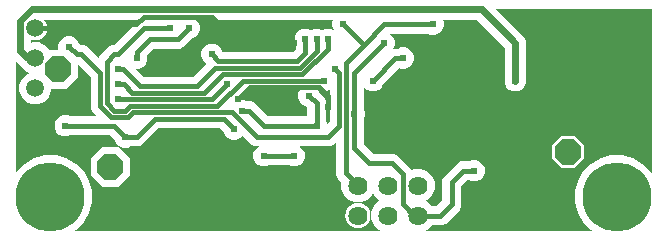
<source format=gbl>
G04 EAGLE Gerber RS-274X export*
G75*
%MOMM*%
%FSLAX34Y34*%
%LPD*%
%INBottom Copper*%
%IPPOS*%
%AMOC8*
5,1,8,0,0,1.08239X$1,22.5*%
G01*
%ADD10C,1.625600*%
%ADD11C,1.500000*%
%ADD12C,5.842000*%
%ADD13P,2.336880X8X22.500000*%
%ADD14C,0.604800*%
%ADD15C,0.400000*%
%ADD16C,0.600000*%

G36*
X494031Y5997D02*
X494031Y5997D01*
X494033Y5997D01*
X494033Y5998D01*
X494034Y6000D01*
X494032Y6002D01*
X494031Y6004D01*
X492734Y6754D01*
X486179Y13309D01*
X481544Y21336D01*
X479145Y30290D01*
X479145Y39560D01*
X481544Y48514D01*
X486179Y56541D01*
X492734Y63096D01*
X500761Y67731D01*
X509715Y70130D01*
X518985Y70130D01*
X527939Y67731D01*
X535966Y63096D01*
X542521Y56541D01*
X543996Y53988D01*
X543998Y53987D01*
X543999Y53985D01*
X544000Y53986D01*
X544002Y53986D01*
X544003Y53988D01*
X544005Y53990D01*
X544005Y194000D01*
X544000Y194005D01*
X544000Y194004D01*
X544000Y194005D01*
X412453Y194005D01*
X412452Y194004D01*
X412450Y194004D01*
X412450Y194002D01*
X412448Y194000D01*
X412450Y193999D01*
X412450Y193996D01*
X436251Y170195D01*
X437620Y166889D01*
X437620Y135203D01*
X437621Y135202D01*
X437621Y135201D01*
X437644Y135144D01*
X437644Y131556D01*
X436271Y128241D01*
X433734Y125704D01*
X430419Y124331D01*
X426831Y124331D01*
X423516Y125704D01*
X420979Y128241D01*
X419606Y131556D01*
X419606Y135144D01*
X419629Y135201D01*
X419629Y135202D01*
X419630Y135202D01*
X419629Y135202D01*
X419630Y135203D01*
X419630Y161372D01*
X419628Y161374D01*
X419628Y161376D01*
X396326Y184678D01*
X396323Y184679D01*
X396322Y184680D01*
X367010Y184680D01*
X367010Y184679D01*
X367009Y184680D01*
X367008Y184678D01*
X367005Y184675D01*
X367006Y184674D01*
X367006Y184673D01*
X367794Y182769D01*
X367794Y179181D01*
X366421Y175866D01*
X363884Y173329D01*
X360569Y171956D01*
X356981Y171956D01*
X354510Y172979D01*
X354509Y172979D01*
X354508Y172980D01*
X322070Y172980D01*
X322068Y172978D01*
X322065Y172977D01*
X322066Y172976D01*
X322065Y172975D01*
X322067Y172973D01*
X322068Y172970D01*
X322609Y172746D01*
X325146Y170209D01*
X326519Y166894D01*
X326519Y163306D01*
X325293Y160346D01*
X325293Y160345D01*
X325293Y160344D01*
X325294Y160344D01*
X325293Y160342D01*
X325294Y160342D01*
X325295Y160339D01*
X325297Y160340D01*
X325298Y160339D01*
X325299Y160339D01*
X325300Y160339D01*
X325435Y160395D01*
X329108Y160395D01*
X329109Y160396D01*
X329110Y160396D01*
X331581Y161419D01*
X335169Y161419D01*
X338484Y160046D01*
X341021Y157509D01*
X342394Y154194D01*
X342394Y150606D01*
X341021Y147291D01*
X338484Y144754D01*
X335169Y143381D01*
X331581Y143381D01*
X329980Y144044D01*
X329977Y144043D01*
X329975Y144043D01*
X316646Y130714D01*
X316646Y130713D01*
X316645Y130712D01*
X315621Y128241D01*
X313084Y125704D01*
X309769Y124331D01*
X306181Y124331D01*
X302866Y125704D01*
X300329Y128241D01*
X300105Y128782D01*
X300102Y128783D01*
X300101Y128785D01*
X300100Y128785D01*
X300099Y128785D01*
X300097Y128782D01*
X300095Y128780D01*
X300095Y109042D01*
X300096Y109041D01*
X300096Y109040D01*
X301119Y106569D01*
X301119Y102981D01*
X300096Y100510D01*
X300096Y100509D01*
X300095Y100508D01*
X300095Y79514D01*
X300097Y79512D01*
X300097Y79510D01*
X308110Y71497D01*
X308113Y71496D01*
X308114Y71495D01*
X325440Y71495D01*
X328379Y70278D01*
X340153Y58504D01*
X340582Y57467D01*
X340588Y57464D01*
X340589Y57465D01*
X340589Y57464D01*
X343266Y58573D01*
X348884Y58573D01*
X354075Y56423D01*
X358048Y52450D01*
X360198Y47259D01*
X360198Y41641D01*
X358048Y36450D01*
X354075Y32477D01*
X352331Y31755D01*
X352330Y31753D01*
X352329Y31752D01*
X352329Y31751D01*
X352328Y31749D01*
X352330Y31748D01*
X352331Y31745D01*
X354075Y31023D01*
X358048Y27050D01*
X358049Y27048D01*
X358052Y27047D01*
X358053Y27045D01*
X361811Y27045D01*
X361813Y27047D01*
X361815Y27047D01*
X366653Y31885D01*
X366654Y31888D01*
X366655Y31889D01*
X366655Y49215D01*
X367872Y52154D01*
X379646Y63928D01*
X382585Y65145D01*
X389433Y65145D01*
X389434Y65146D01*
X389435Y65146D01*
X391906Y66169D01*
X395494Y66169D01*
X398809Y64796D01*
X401346Y62259D01*
X402719Y58944D01*
X402719Y55356D01*
X401346Y52041D01*
X398809Y49504D01*
X395494Y48131D01*
X391906Y48131D01*
X389435Y49154D01*
X389434Y49154D01*
X389433Y49155D01*
X387489Y49155D01*
X387487Y49153D01*
X387485Y49153D01*
X382647Y44315D01*
X382646Y44312D01*
X382645Y44311D01*
X382645Y26985D01*
X381428Y24046D01*
X369654Y12272D01*
X366715Y11055D01*
X358053Y11055D01*
X358051Y11052D01*
X358049Y11052D01*
X358048Y11050D01*
X354075Y7077D01*
X351487Y6005D01*
X351486Y6002D01*
X351484Y6001D01*
X351484Y6000D01*
X351484Y5999D01*
X351487Y5997D01*
X351489Y5995D01*
X494029Y5995D01*
X494031Y5997D01*
G37*
G36*
X315263Y5997D02*
X315263Y5997D01*
X315266Y5998D01*
X315265Y5999D01*
X315266Y6000D01*
X315264Y6002D01*
X315263Y6005D01*
X312675Y7077D01*
X308702Y11050D01*
X306552Y16241D01*
X306552Y21859D01*
X308702Y27050D01*
X312675Y31023D01*
X314419Y31745D01*
X314420Y31747D01*
X314421Y31748D01*
X314421Y31749D01*
X314422Y31751D01*
X314420Y31752D01*
X314419Y31755D01*
X312675Y32477D01*
X308702Y36450D01*
X307980Y38194D01*
X307978Y38195D01*
X307977Y38196D01*
X307976Y38196D01*
X307974Y38197D01*
X307973Y38195D01*
X307970Y38194D01*
X307248Y36450D01*
X303275Y32477D01*
X298084Y30327D01*
X292466Y30327D01*
X287275Y32477D01*
X283302Y36450D01*
X281152Y41641D01*
X281152Y47259D01*
X281153Y47261D01*
X281151Y47265D01*
X281152Y47267D01*
X280266Y48152D01*
X278016Y50402D01*
X276799Y53341D01*
X276799Y81330D01*
X276798Y81331D01*
X276798Y81333D01*
X276796Y81333D01*
X276794Y81335D01*
X276793Y81333D01*
X276790Y81333D01*
X276654Y81197D01*
X274404Y78947D01*
X271465Y77730D01*
X245870Y77730D01*
X245868Y77728D01*
X245865Y77727D01*
X245866Y77726D01*
X245865Y77725D01*
X245867Y77723D01*
X245868Y77720D01*
X246409Y77496D01*
X248946Y74959D01*
X250319Y71644D01*
X250319Y68056D01*
X248946Y64741D01*
X246409Y62204D01*
X243094Y60831D01*
X239506Y60831D01*
X237035Y61854D01*
X237034Y61854D01*
X237033Y61855D01*
X220167Y61855D01*
X220166Y61854D01*
X220165Y61854D01*
X217694Y60831D01*
X214106Y60831D01*
X210791Y62204D01*
X208254Y64741D01*
X206881Y68056D01*
X206881Y71644D01*
X208254Y74959D01*
X210791Y77496D01*
X211332Y77720D01*
X211333Y77723D01*
X211335Y77724D01*
X211334Y77725D01*
X211335Y77726D01*
X211332Y77727D01*
X211330Y77730D01*
X207960Y77730D01*
X205021Y78947D01*
X197578Y86390D01*
X197571Y86391D01*
X197571Y86390D01*
X195609Y84429D01*
X192294Y83056D01*
X188706Y83056D01*
X185391Y84429D01*
X182854Y86966D01*
X181830Y89437D01*
X181829Y89438D01*
X181829Y89439D01*
X178362Y92906D01*
X178359Y92907D01*
X178358Y92908D01*
X126442Y92908D01*
X126440Y92906D01*
X126438Y92906D01*
X112479Y78947D01*
X109540Y77730D01*
X102692Y77730D01*
X102691Y77729D01*
X102690Y77729D01*
X100219Y76706D01*
X96631Y76706D01*
X93316Y78079D01*
X90779Y80616D01*
X89755Y83087D01*
X89754Y83088D01*
X89754Y83089D01*
X85590Y87253D01*
X85587Y87253D01*
X85587Y87254D01*
X85586Y87255D01*
X51892Y87255D01*
X51891Y87254D01*
X51890Y87254D01*
X49419Y86231D01*
X45831Y86231D01*
X42516Y87604D01*
X39979Y90141D01*
X38606Y93456D01*
X38606Y97044D01*
X39979Y100359D01*
X42516Y102896D01*
X45831Y104269D01*
X49419Y104269D01*
X51890Y103246D01*
X51892Y103246D01*
X51892Y103245D01*
X74474Y103245D01*
X74475Y103246D01*
X74477Y103246D01*
X74477Y103248D01*
X74479Y103250D01*
X74477Y103251D01*
X74477Y103254D01*
X70248Y107483D01*
X69031Y110421D01*
X69031Y136386D01*
X69029Y136388D01*
X69029Y136390D01*
X58074Y147345D01*
X58072Y147346D01*
X58071Y147347D01*
X58069Y147346D01*
X58067Y147346D01*
X58067Y147343D01*
X58065Y147342D01*
X58065Y135920D01*
X48230Y126085D01*
X35725Y126085D01*
X35720Y126080D01*
X35721Y126080D01*
X35720Y126080D01*
X35720Y124316D01*
X33666Y119356D01*
X29869Y115559D01*
X24909Y113505D01*
X19541Y113505D01*
X14581Y115559D01*
X10784Y119356D01*
X8730Y124316D01*
X8730Y129684D01*
X10784Y134644D01*
X14581Y138441D01*
X17610Y139695D01*
X17611Y139697D01*
X17612Y139698D01*
X17612Y139699D01*
X17613Y139701D01*
X17611Y139702D01*
X17610Y139705D01*
X14581Y140959D01*
X10784Y144756D01*
X10775Y144778D01*
X10774Y144779D01*
X10774Y144780D01*
X6004Y149550D01*
X6002Y149550D01*
X6001Y149552D01*
X5999Y149550D01*
X5997Y149551D01*
X5997Y149548D01*
X5995Y149547D01*
X5995Y55246D01*
X5997Y55244D01*
X5997Y55242D01*
X5998Y55242D01*
X6000Y55241D01*
X6002Y55243D01*
X6004Y55244D01*
X6754Y56541D01*
X13309Y63096D01*
X21336Y67731D01*
X30290Y70130D01*
X39560Y70130D01*
X48514Y67731D01*
X56541Y63096D01*
X63096Y56541D01*
X67731Y48514D01*
X70130Y39560D01*
X70130Y30290D01*
X67731Y21336D01*
X63096Y13309D01*
X56541Y6754D01*
X55244Y6004D01*
X55243Y6002D01*
X55241Y6001D01*
X55242Y6000D01*
X55241Y5998D01*
X55244Y5997D01*
X55246Y5995D01*
X315261Y5995D01*
X315263Y5997D01*
G37*
G36*
X155438Y136520D02*
X155438Y136520D01*
X155440Y136520D01*
X166695Y147775D01*
X166695Y147776D01*
X166696Y147776D01*
X166695Y147777D01*
X166696Y147778D01*
X166695Y147779D01*
X166695Y147781D01*
X166694Y147782D01*
X166693Y147783D01*
X166341Y147929D01*
X163804Y150466D01*
X162431Y153781D01*
X162431Y157369D01*
X163804Y160684D01*
X166341Y163221D01*
X169656Y164594D01*
X173244Y164594D01*
X176559Y163221D01*
X179096Y160684D01*
X180120Y158213D01*
X180121Y158212D01*
X180121Y158211D01*
X180413Y157919D01*
X180416Y157918D01*
X180417Y157917D01*
X240396Y157917D01*
X240398Y157919D01*
X240400Y157919D01*
X242828Y160347D01*
X242829Y160350D01*
X242830Y160351D01*
X242830Y164008D01*
X242829Y164009D01*
X242829Y164010D01*
X241806Y166481D01*
X241806Y170069D01*
X243179Y173384D01*
X245716Y175921D01*
X249031Y177294D01*
X252619Y177294D01*
X255586Y176065D01*
X255586Y176066D01*
X255589Y176066D01*
X255589Y176065D01*
X258556Y177294D01*
X262144Y177294D01*
X265111Y176065D01*
X265111Y176066D01*
X265114Y176066D01*
X265114Y176065D01*
X268081Y177294D01*
X271669Y177294D01*
X274879Y175965D01*
X274880Y175965D01*
X274882Y175964D01*
X274883Y175966D01*
X274885Y175967D01*
X274884Y175969D01*
X274885Y175971D01*
X273556Y179181D01*
X273556Y182769D01*
X274344Y184673D01*
X274344Y184674D01*
X274345Y184674D01*
X274343Y184676D01*
X274342Y184679D01*
X274341Y184679D01*
X274340Y184680D01*
X158287Y184680D01*
X158286Y184679D01*
X158284Y184679D01*
X158284Y184677D01*
X158282Y184675D01*
X158284Y184674D01*
X158284Y184671D01*
X160046Y182909D01*
X161419Y179594D01*
X161419Y176006D01*
X160046Y172691D01*
X157509Y170154D01*
X155038Y169130D01*
X155037Y169129D01*
X155036Y169129D01*
X147404Y161497D01*
X144465Y160280D01*
X122251Y160280D01*
X122249Y160278D01*
X122247Y160278D01*
X116735Y154766D01*
X116735Y154763D01*
X116734Y154761D01*
X116969Y154194D01*
X116969Y150606D01*
X115596Y147291D01*
X113059Y144754D01*
X109744Y143381D01*
X107586Y143381D01*
X107585Y143380D01*
X107583Y143380D01*
X107583Y143378D01*
X107581Y143376D01*
X107583Y143375D01*
X107583Y143372D01*
X114435Y136520D01*
X114438Y136520D01*
X114438Y136519D01*
X114439Y136518D01*
X155436Y136518D01*
X155438Y136520D01*
G37*
G36*
X75334Y152703D02*
X75334Y152703D01*
X75336Y152703D01*
X75336Y152705D01*
X75338Y152705D01*
X75772Y153754D01*
X84371Y162353D01*
X87310Y163570D01*
X88761Y163570D01*
X88763Y163572D01*
X88765Y163572D01*
X109771Y184578D01*
X109994Y184670D01*
X109995Y184673D01*
X109997Y184674D01*
X109996Y184675D01*
X109997Y184676D01*
X109994Y184677D01*
X109992Y184680D01*
X29549Y184680D01*
X29548Y184679D01*
X29546Y184679D01*
X29546Y184677D01*
X29544Y184675D01*
X29546Y184674D01*
X29546Y184671D01*
X30020Y184197D01*
X31118Y182553D01*
X31875Y180727D01*
X32260Y178788D01*
X32260Y177805D01*
X22225Y177805D01*
X22220Y177801D01*
X22220Y177800D01*
X22220Y167765D01*
X21236Y167765D01*
X19298Y168150D01*
X18527Y168470D01*
X18526Y168469D01*
X18526Y168470D01*
X18524Y168469D01*
X18521Y168468D01*
X18521Y168466D01*
X18520Y168465D01*
X18520Y165480D01*
X18521Y165479D01*
X18520Y165479D01*
X18522Y165478D01*
X18525Y165475D01*
X18526Y165476D01*
X18527Y165475D01*
X19541Y165895D01*
X24909Y165895D01*
X29869Y163841D01*
X33666Y160044D01*
X33966Y159320D01*
X33966Y159319D01*
X33968Y159319D01*
X33972Y159317D01*
X33972Y159319D01*
X33974Y159319D01*
X34320Y159665D01*
X41966Y159665D01*
X41967Y159666D01*
X41968Y159665D01*
X41968Y159667D01*
X41971Y159670D01*
X41970Y159671D01*
X41971Y159672D01*
X41781Y160131D01*
X41781Y163719D01*
X43154Y167034D01*
X45691Y169571D01*
X49006Y170944D01*
X52594Y170944D01*
X55909Y169571D01*
X58446Y167034D01*
X59470Y164563D01*
X59471Y164562D01*
X59471Y164561D01*
X60460Y163572D01*
X60463Y163571D01*
X60464Y163570D01*
X62741Y163570D01*
X65680Y162353D01*
X75329Y152703D01*
X75330Y152703D01*
X75332Y152703D01*
X75333Y152702D01*
X75334Y152703D01*
G37*
G36*
X252355Y103250D02*
X252355Y103250D01*
X252354Y103250D01*
X252355Y103250D01*
X252355Y110986D01*
X252353Y110988D01*
X252353Y110990D01*
X251364Y111979D01*
X251363Y111979D01*
X251362Y111980D01*
X248891Y113004D01*
X246354Y115541D01*
X244981Y118856D01*
X244981Y122444D01*
X246184Y125348D01*
X246183Y125349D01*
X246184Y125349D01*
X246183Y125351D01*
X246182Y125354D01*
X246180Y125354D01*
X246179Y125355D01*
X200971Y125355D01*
X200969Y125353D01*
X200968Y125353D01*
X190045Y114431D01*
X190045Y114429D01*
X190044Y114429D01*
X190045Y114429D01*
X190043Y114428D01*
X190045Y114426D01*
X190044Y114424D01*
X190047Y114424D01*
X190048Y114422D01*
X190438Y114422D01*
X190526Y114386D01*
X190530Y114387D01*
X190532Y114387D01*
X191741Y115596D01*
X195056Y116969D01*
X198644Y116969D01*
X201115Y115946D01*
X201116Y115946D01*
X201117Y115945D01*
X204790Y115945D01*
X207729Y114728D01*
X219210Y103247D01*
X219213Y103246D01*
X219214Y103245D01*
X252350Y103245D01*
X252355Y103250D01*
G37*
%LPC*%
G36*
X78770Y43535D02*
X78770Y43535D01*
X68935Y53370D01*
X68935Y67280D01*
X78770Y77115D01*
X92680Y77115D01*
X102515Y67280D01*
X102515Y53370D01*
X92680Y43535D01*
X78770Y43535D01*
G37*
%LPD*%
%LPC*%
G36*
X473080Y73030D02*
X473080Y73030D01*
X473080Y86355D01*
X478597Y86355D01*
X486405Y78547D01*
X486405Y73030D01*
X473080Y73030D01*
G37*
%LPD*%
%LPC*%
G36*
X459745Y73030D02*
X459745Y73030D01*
X459745Y78547D01*
X467553Y86355D01*
X473070Y86355D01*
X473070Y73030D01*
X459745Y73030D01*
G37*
%LPD*%
%LPC*%
G36*
X473080Y59695D02*
X473080Y59695D01*
X473080Y73020D01*
X486405Y73020D01*
X486405Y67503D01*
X478597Y59695D01*
X473080Y59695D01*
G37*
%LPD*%
%LPC*%
G36*
X467553Y59695D02*
X467553Y59695D01*
X459745Y67503D01*
X459745Y73020D01*
X473070Y73020D01*
X473070Y59695D01*
X467553Y59695D01*
G37*
%LPD*%
G36*
X269375Y96535D02*
X269375Y96535D01*
X269378Y96535D01*
X271273Y98430D01*
X271273Y98432D01*
X271275Y98433D01*
X271274Y98433D01*
X271275Y98434D01*
X271275Y125475D01*
X271274Y125476D01*
X271275Y125477D01*
X271273Y125477D01*
X271270Y125480D01*
X271269Y125479D01*
X271268Y125480D01*
X268494Y124331D01*
X264906Y124331D01*
X262435Y125354D01*
X262434Y125354D01*
X262434Y125355D01*
X262433Y125355D01*
X261821Y125355D01*
X261820Y125354D01*
X261820Y125355D01*
X261819Y125353D01*
X261816Y125350D01*
X261817Y125349D01*
X261816Y125348D01*
X262670Y123288D01*
X262671Y123287D01*
X262671Y123286D01*
X267128Y118829D01*
X268345Y115890D01*
X268345Y99517D01*
X268346Y99516D01*
X268346Y99515D01*
X269369Y97044D01*
X269369Y96538D01*
X269370Y96537D01*
X269370Y96535D01*
X269372Y96535D01*
X269374Y96533D01*
X269375Y96535D01*
G37*
%LPC*%
G36*
X284612Y19055D02*
X284612Y19055D01*
X284612Y19889D01*
X284874Y21547D01*
X285393Y23143D01*
X286155Y24639D01*
X287142Y25997D01*
X288328Y27183D01*
X289686Y28170D01*
X291182Y28932D01*
X292778Y29451D01*
X294436Y29713D01*
X295270Y29713D01*
X295270Y19055D01*
X284612Y19055D01*
G37*
%LPD*%
%LPC*%
G36*
X295280Y19055D02*
X295280Y19055D01*
X295280Y29713D01*
X296114Y29713D01*
X297772Y29451D01*
X299368Y28932D01*
X300864Y28170D01*
X302222Y27183D01*
X303408Y25997D01*
X304395Y24639D01*
X305157Y23143D01*
X305676Y21547D01*
X305938Y19889D01*
X305938Y19055D01*
X295280Y19055D01*
G37*
%LPD*%
%LPC*%
G36*
X294436Y8387D02*
X294436Y8387D01*
X292778Y8649D01*
X291182Y9168D01*
X289686Y9930D01*
X288328Y10917D01*
X287142Y12103D01*
X286155Y13461D01*
X285393Y14957D01*
X284874Y16553D01*
X284612Y18211D01*
X284612Y19045D01*
X295270Y19045D01*
X295270Y8387D01*
X294436Y8387D01*
G37*
%LPD*%
%LPC*%
G36*
X295280Y8387D02*
X295280Y8387D01*
X295280Y19045D01*
X305938Y19045D01*
X305938Y18211D01*
X305676Y16553D01*
X305157Y14957D01*
X304395Y13461D01*
X303408Y12103D01*
X302222Y10917D01*
X300864Y9930D01*
X299368Y9168D01*
X297772Y8649D01*
X296114Y8387D01*
X295280Y8387D01*
G37*
%LPD*%
%LPC*%
G36*
X22230Y167765D02*
X22230Y167765D01*
X22230Y177795D01*
X32260Y177795D01*
X32260Y176812D01*
X32259Y176807D01*
X32259Y176806D01*
X32256Y176792D01*
X32251Y176767D01*
X32248Y176752D01*
X32245Y176737D01*
X32243Y176727D01*
X32240Y176712D01*
X32237Y176697D01*
X32235Y176687D01*
X32233Y176672D01*
X32232Y176672D01*
X32233Y176672D01*
X32230Y176657D01*
X32228Y176648D01*
X32225Y176633D01*
X32222Y176618D01*
X32217Y176593D01*
X32214Y176578D01*
X32209Y176553D01*
X32206Y176538D01*
X32203Y176523D01*
X32201Y176513D01*
X32198Y176498D01*
X32195Y176484D01*
X32193Y176474D01*
X32190Y176459D01*
X32187Y176444D01*
X32185Y176434D01*
X32182Y176419D01*
X32179Y176404D01*
X32174Y176379D01*
X32171Y176364D01*
X32166Y176339D01*
X32163Y176325D01*
X32160Y176310D01*
X32158Y176300D01*
X32155Y176285D01*
X32152Y176270D01*
X32150Y176260D01*
X32148Y176245D01*
X32147Y176245D01*
X32148Y176245D01*
X32145Y176230D01*
X32143Y176220D01*
X32140Y176205D01*
X32137Y176190D01*
X32132Y176166D01*
X32129Y176151D01*
X32124Y176126D01*
X32121Y176111D01*
X32118Y176096D01*
X32116Y176086D01*
X32113Y176071D01*
X32110Y176056D01*
X32108Y176046D01*
X32105Y176031D01*
X32102Y176017D01*
X32102Y176016D01*
X32100Y176007D01*
X32097Y175992D01*
X32094Y175977D01*
X32089Y175952D01*
X32086Y175937D01*
X32081Y175912D01*
X32078Y175897D01*
X32075Y175882D01*
X32073Y175872D01*
X32070Y175858D01*
X32070Y175857D01*
X32067Y175843D01*
X32065Y175833D01*
X32063Y175818D01*
X32062Y175818D01*
X32063Y175818D01*
X32060Y175803D01*
X32058Y175793D01*
X32055Y175778D01*
X32052Y175763D01*
X32047Y175738D01*
X32044Y175723D01*
X32039Y175699D01*
X32039Y175698D01*
X32036Y175684D01*
X32031Y175659D01*
X32028Y175644D01*
X32025Y175629D01*
X32023Y175619D01*
X32020Y175604D01*
X32017Y175589D01*
X32015Y175579D01*
X32012Y175564D01*
X32009Y175549D01*
X32004Y175525D01*
X32001Y175510D01*
X31996Y175485D01*
X31993Y175470D01*
X31988Y175445D01*
X31985Y175430D01*
X31982Y175415D01*
X31980Y175405D01*
X31978Y175390D01*
X31977Y175390D01*
X31978Y175390D01*
X31975Y175376D01*
X31975Y175375D01*
X31973Y175366D01*
X31970Y175351D01*
X31967Y175336D01*
X31962Y175311D01*
X31959Y175296D01*
X31954Y175271D01*
X31951Y175256D01*
X31946Y175231D01*
X31943Y175217D01*
X31943Y175216D01*
X31940Y175202D01*
X31938Y175192D01*
X31935Y175177D01*
X31932Y175162D01*
X31930Y175152D01*
X31927Y175137D01*
X31924Y175122D01*
X31919Y175097D01*
X31916Y175082D01*
X31911Y175058D01*
X31911Y175057D01*
X31908Y175043D01*
X31903Y175018D01*
X31900Y175003D01*
X31897Y174988D01*
X31895Y174978D01*
X31893Y174963D01*
X31892Y174963D01*
X31893Y174963D01*
X31890Y174948D01*
X31888Y174938D01*
X31885Y174923D01*
X31882Y174908D01*
X31877Y174884D01*
X31875Y174873D01*
X31118Y173047D01*
X30020Y171403D01*
X28622Y170005D01*
X26978Y168907D01*
X25152Y168150D01*
X23214Y167765D01*
X22230Y167765D01*
G37*
%LPD*%
D10*
X320675Y44450D03*
X320675Y19050D03*
X346075Y19050D03*
X346075Y44450D03*
X295275Y44450D03*
X295275Y19050D03*
D11*
X22225Y127000D03*
X22225Y152400D03*
X22225Y177800D03*
D12*
X34925Y34925D03*
X514350Y34925D03*
D13*
X85725Y60325D03*
X41275Y142875D03*
X473075Y73025D03*
D14*
X193675Y117475D03*
X269875Y111125D03*
X460375Y180975D03*
X381000Y180975D03*
X371475Y133350D03*
X85725Y180975D03*
D15*
X57150Y177800D02*
X22225Y177800D01*
X57150Y177800D02*
X60325Y180975D01*
X85725Y180975D01*
D14*
X469900Y123825D03*
D15*
X463550Y117475D01*
X377825Y117475D02*
X371475Y123825D01*
X371475Y133350D01*
X377825Y117475D02*
X463550Y117475D01*
X371475Y133350D02*
X371475Y171450D01*
X381000Y180975D01*
X469900Y152400D02*
X469900Y123825D01*
X460375Y161925D02*
X460375Y180975D01*
X460375Y161925D02*
X469900Y152400D01*
D14*
X212725Y165100D03*
X241300Y165100D03*
D15*
X212725Y165100D01*
X204026Y127826D02*
X193675Y117475D01*
X269875Y120650D02*
X269875Y111125D01*
X269875Y120650D02*
X262699Y127826D01*
X204026Y127826D01*
X212725Y165100D02*
X193675Y165100D01*
X107752Y180975D02*
X85725Y180975D01*
X107752Y180975D02*
X113928Y187151D01*
X171624Y187151D01*
X193675Y165100D01*
D14*
X393700Y57150D03*
D15*
X384175Y57150D02*
X374650Y47625D01*
X384175Y57150D02*
X393700Y57150D01*
D14*
X47625Y95250D03*
X98425Y85725D03*
X317500Y165100D03*
D15*
X292100Y139700D01*
D14*
X292100Y104775D03*
D15*
X292100Y139700D01*
X346075Y19050D02*
X365125Y19050D01*
X374650Y28575D01*
X374650Y47625D01*
X346075Y19050D02*
X342900Y19050D01*
X333375Y28575D01*
X333375Y53975D01*
X323850Y63500D01*
X304800Y63500D01*
X292100Y76200D01*
X292100Y104775D01*
D14*
X152400Y177800D03*
X107950Y152400D03*
D15*
X142875Y168275D02*
X152400Y177800D01*
X107950Y157288D02*
X107950Y152400D01*
X107950Y157288D02*
X118937Y168275D01*
X142875Y168275D01*
X88900Y95250D02*
X98425Y85725D01*
X88900Y95250D02*
X47625Y95250D01*
D14*
X254000Y120650D03*
X260350Y95250D03*
D15*
X260350Y114300D01*
X254000Y120650D01*
X107950Y85725D02*
X98425Y85725D01*
X107950Y85725D02*
X123128Y100903D01*
X181672Y100903D02*
X190500Y92075D01*
X181672Y100903D02*
X123128Y100903D01*
X215900Y95250D02*
X260350Y95250D01*
D14*
X190500Y92075D03*
X196850Y107950D03*
D15*
X203200Y107950D01*
X215900Y95250D01*
D14*
X215900Y69850D03*
X241300Y69850D03*
D15*
X215900Y69850D01*
D14*
X428625Y133350D03*
D16*
X22225Y152400D02*
X15875Y152400D01*
X9525Y158750D01*
X9525Y184150D01*
X19050Y193675D01*
X400050Y193675D01*
X428625Y165100D02*
X428625Y133350D01*
X428625Y165100D02*
X400050Y193675D01*
D14*
X358775Y180975D03*
X282575Y180975D03*
D15*
X317500Y180975D02*
X358775Y180975D01*
X300038Y163513D02*
X284794Y148269D01*
X300038Y163513D02*
X317500Y180975D01*
X300038Y163513D02*
X282575Y180975D01*
X284794Y54931D02*
X295275Y44450D01*
X284794Y54931D02*
X284794Y148269D01*
D14*
X260350Y168275D03*
D15*
X260350Y158750D01*
D14*
X92075Y142875D03*
D15*
X111125Y128523D02*
X158750Y128523D01*
X96773Y142875D02*
X92075Y142875D01*
X96773Y142875D02*
X111125Y128523D01*
X245998Y144398D02*
X260350Y158750D01*
X245998Y144398D02*
X174625Y144398D01*
X158750Y128523D01*
D14*
X269875Y168275D03*
X92075Y130175D03*
D15*
X269875Y160463D02*
X269875Y168275D01*
X96963Y130175D02*
X92075Y130175D01*
X96963Y130175D02*
X104139Y122999D01*
X248286Y138874D02*
X269875Y160463D01*
X248286Y138874D02*
X180975Y138874D01*
X165100Y122999D01*
X104139Y122999D01*
D14*
X250825Y168275D03*
X171450Y155575D03*
D15*
X177103Y149922D01*
X250825Y157037D02*
X250825Y168275D01*
X250825Y157037D02*
X243710Y149922D01*
X177103Y149922D01*
D14*
X184150Y130175D03*
X92075Y117475D03*
D15*
X171450Y117475D02*
X184150Y130175D01*
X171450Y117475D02*
X92075Y117475D01*
D14*
X307975Y133350D03*
X333375Y152400D03*
D15*
X327025Y152400D02*
X307975Y133350D01*
X327025Y152400D02*
X333375Y152400D01*
D14*
X136525Y177800D03*
X266700Y133350D03*
D15*
X98425Y107950D02*
X88900Y107950D01*
X98425Y107950D02*
X102426Y111951D01*
X176258Y111951D01*
X92075Y155575D02*
X88900Y155575D01*
X82550Y149225D01*
X82550Y114300D02*
X88900Y107950D01*
X82550Y114300D02*
X82550Y149225D01*
X197657Y133350D02*
X266700Y133350D01*
X197657Y133350D02*
X176258Y111951D01*
X114300Y177800D02*
X92075Y155575D01*
X114300Y177800D02*
X136525Y177800D01*
D14*
X50800Y161925D03*
X276225Y142875D03*
D15*
X279270Y139830D01*
X77026Y139700D02*
X61151Y155575D01*
X77026Y139700D02*
X77026Y112012D01*
X86612Y102426D01*
X100713Y102426D02*
X104714Y106427D01*
X100713Y102426D02*
X86612Y102426D01*
X104714Y106427D02*
X188848Y106427D01*
X209550Y85725D01*
X269875Y85725D01*
X279270Y95120D01*
X279270Y139830D01*
X61151Y155575D02*
X57150Y155575D01*
X50800Y161925D01*
M02*

</source>
